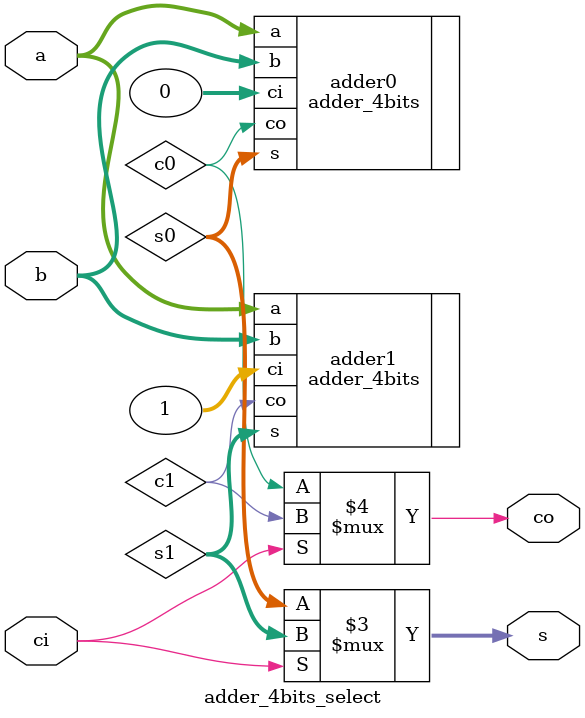
<source format=v>
module adder_4bits_select (a, b, ci, s, co);
    input[3:0] a, b;
    input ci;
    output[3:0] s;
    output co;
    wire[3:0] s0, s1;
    wire c0, c1;
    adder_4bits adder0(.a(a), .b(b), .ci(0), .s(s0), .co(c0));
    adder_4bits adder1(.a(a), .b(b), .ci(1), .s(s1), .co(c1));

    // 根据是否有前级进位ci选择输出
    assign s = ci?s1:s0;
    assign co = ci?c1:c0;

endmodule
</source>
